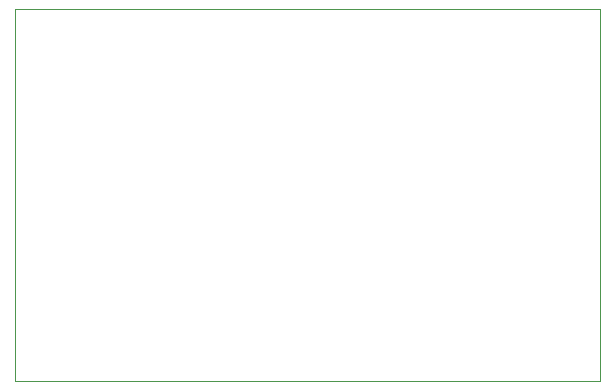
<source format=gbr>
%TF.GenerationSoftware,KiCad,Pcbnew,(6.0.7)*%
%TF.CreationDate,2022-09-29T14:27:19-05:00*%
%TF.ProjectId,usb2uart,75736232-7561-4727-942e-6b696361645f,2.0*%
%TF.SameCoordinates,Original*%
%TF.FileFunction,Profile,NP*%
%FSLAX46Y46*%
G04 Gerber Fmt 4.6, Leading zero omitted, Abs format (unit mm)*
G04 Created by KiCad (PCBNEW (6.0.7)) date 2022-09-29 14:27:19*
%MOMM*%
%LPD*%
G01*
G04 APERTURE LIST*
%TA.AperFunction,Profile*%
%ADD10C,0.000025*%
%TD*%
G04 APERTURE END LIST*
D10*
X102108000Y-131064000D02*
X102108000Y-121412000D01*
X102108000Y-121412000D02*
X151638000Y-121412000D01*
X151638000Y-121412000D02*
X151638000Y-152908000D01*
X102108000Y-152908000D02*
X102108000Y-131064000D01*
X151638000Y-152908000D02*
X102108000Y-152908000D01*
M02*

</source>
